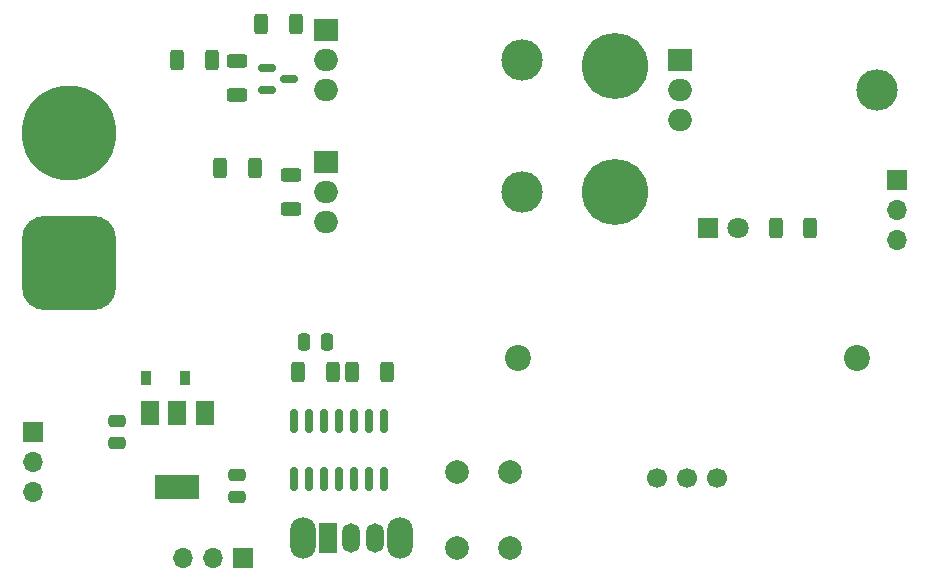
<source format=gbr>
%TF.GenerationSoftware,KiCad,Pcbnew,6.0.8-f2edbf62ab~116~ubuntu22.04.1*%
%TF.CreationDate,2022-10-27T13:18:31-04:00*%
%TF.ProjectId,discharger,64697363-6861-4726-9765-722e6b696361,rev?*%
%TF.SameCoordinates,Original*%
%TF.FileFunction,Soldermask,Top*%
%TF.FilePolarity,Negative*%
%FSLAX46Y46*%
G04 Gerber Fmt 4.6, Leading zero omitted, Abs format (unit mm)*
G04 Created by KiCad (PCBNEW 6.0.8-f2edbf62ab~116~ubuntu22.04.1) date 2022-10-27 13:18:31*
%MOMM*%
%LPD*%
G01*
G04 APERTURE LIST*
G04 Aperture macros list*
%AMRoundRect*
0 Rectangle with rounded corners*
0 $1 Rounding radius*
0 $2 $3 $4 $5 $6 $7 $8 $9 X,Y pos of 4 corners*
0 Add a 4 corners polygon primitive as box body*
4,1,4,$2,$3,$4,$5,$6,$7,$8,$9,$2,$3,0*
0 Add four circle primitives for the rounded corners*
1,1,$1+$1,$2,$3*
1,1,$1+$1,$4,$5*
1,1,$1+$1,$6,$7*
1,1,$1+$1,$8,$9*
0 Add four rect primitives between the rounded corners*
20,1,$1+$1,$2,$3,$4,$5,0*
20,1,$1+$1,$4,$5,$6,$7,0*
20,1,$1+$1,$6,$7,$8,$9,0*
20,1,$1+$1,$8,$9,$2,$3,0*%
G04 Aperture macros list end*
%ADD10RoundRect,0.250000X0.312500X0.625000X-0.312500X0.625000X-0.312500X-0.625000X0.312500X-0.625000X0*%
%ADD11C,2.000000*%
%ADD12R,1.700000X1.700000*%
%ADD13O,1.700000X1.700000*%
%ADD14C,2.200000*%
%ADD15C,1.700000*%
%ADD16RoundRect,0.250000X-0.625000X0.312500X-0.625000X-0.312500X0.625000X-0.312500X0.625000X0.312500X0*%
%ADD17RoundRect,0.250000X-0.312500X-0.625000X0.312500X-0.625000X0.312500X0.625000X-0.312500X0.625000X0*%
%ADD18O,3.500000X3.500000*%
%ADD19R,2.000000X1.905000*%
%ADD20O,2.000000X1.905000*%
%ADD21RoundRect,2.000000X2.000000X-2.000000X2.000000X2.000000X-2.000000X2.000000X-2.000000X-2.000000X0*%
%ADD22C,8.000000*%
%ADD23O,2.200000X3.500000*%
%ADD24R,1.500000X2.500000*%
%ADD25O,1.500000X2.500000*%
%ADD26RoundRect,0.150000X-0.587500X-0.150000X0.587500X-0.150000X0.587500X0.150000X-0.587500X0.150000X0*%
%ADD27RoundRect,0.250000X0.250000X0.475000X-0.250000X0.475000X-0.250000X-0.475000X0.250000X-0.475000X0*%
%ADD28RoundRect,0.150000X0.150000X-0.825000X0.150000X0.825000X-0.150000X0.825000X-0.150000X-0.825000X0*%
%ADD29RoundRect,0.250000X-0.475000X0.250000X-0.475000X-0.250000X0.475000X-0.250000X0.475000X0.250000X0*%
%ADD30RoundRect,0.250000X0.475000X-0.250000X0.475000X0.250000X-0.475000X0.250000X-0.475000X-0.250000X0*%
%ADD31C,5.600000*%
%ADD32R,1.500000X2.000000*%
%ADD33R,3.800000X2.000000*%
%ADD34R,0.900000X1.200000*%
%ADD35R,1.800000X1.800000*%
%ADD36C,1.800000*%
G04 APERTURE END LIST*
D10*
%TO.C,R10*%
X146553000Y-83820000D03*
X143628000Y-83820000D03*
%TD*%
%TO.C,R8*%
X103001000Y-66548000D03*
X100076000Y-66548000D03*
%TD*%
D11*
%TO.C,START/STOP*%
X116622000Y-110946000D03*
X116622000Y-104446000D03*
X121122000Y-104446000D03*
X121122000Y-110946000D03*
%TD*%
D12*
%TO.C,J5*%
X153924000Y-79771000D03*
D13*
X153924000Y-82311000D03*
X153924000Y-84851000D03*
%TD*%
D14*
%TO.C,J3*%
X150494000Y-94811000D03*
X121794000Y-94811000D03*
D15*
X133604000Y-104971000D03*
X136144000Y-104971000D03*
X138684000Y-104971000D03*
%TD*%
D16*
%TO.C,R9*%
X102554500Y-79309500D03*
X102554500Y-82234500D03*
%TD*%
D17*
%TO.C,R4*%
X92964000Y-69596000D03*
X95889000Y-69596000D03*
%TD*%
D18*
%TO.C,Q2*%
X122176500Y-69596000D03*
D19*
X105516500Y-67056000D03*
D20*
X105516500Y-69596000D03*
X105516500Y-72136000D03*
%TD*%
D21*
%TO.C,J1*%
X83820000Y-86780000D03*
D22*
X83820000Y-75780000D03*
%TD*%
D12*
%TO.C,J4*%
X98552000Y-111760000D03*
D13*
X96012000Y-111760000D03*
X93472000Y-111760000D03*
%TD*%
D23*
%TO.C,SW1*%
X103596000Y-110025500D03*
X111796000Y-110025500D03*
D24*
X105696000Y-110025500D03*
D25*
X107696000Y-110025500D03*
X109696000Y-110025500D03*
%TD*%
D16*
%TO.C,R5*%
X97982500Y-69657500D03*
X97982500Y-72582500D03*
%TD*%
D26*
%TO.C,Q1*%
X100522500Y-70236000D03*
X100522500Y-72136000D03*
X102397500Y-71186000D03*
%TD*%
D10*
%TO.C,R3*%
X106110500Y-96012000D03*
X103185500Y-96012000D03*
%TD*%
D27*
%TO.C,C3*%
X105598000Y-93472000D03*
X103698000Y-93472000D03*
%TD*%
D28*
%TO.C,U2*%
X102870000Y-105091000D03*
X104140000Y-105091000D03*
X105410000Y-105091000D03*
X106680000Y-105091000D03*
X107950000Y-105091000D03*
X109220000Y-105091000D03*
X110490000Y-105091000D03*
X110490000Y-100141000D03*
X109220000Y-100141000D03*
X107950000Y-100141000D03*
X106680000Y-100141000D03*
X105410000Y-100141000D03*
X104140000Y-100141000D03*
X102870000Y-100141000D03*
%TD*%
D29*
%TO.C,C1*%
X87884000Y-100142000D03*
X87884000Y-102042000D03*
%TD*%
D30*
%TO.C,C2*%
X98044000Y-106614000D03*
X98044000Y-104714000D03*
%TD*%
D31*
%TO.C,TP1*%
X130048000Y-70104000D03*
%TD*%
D10*
%TO.C,R2*%
X110682500Y-96012000D03*
X107757500Y-96012000D03*
%TD*%
D18*
%TO.C,Q3*%
X122176500Y-80772000D03*
D19*
X105516500Y-78232000D03*
D20*
X105516500Y-80772000D03*
X105516500Y-83312000D03*
%TD*%
D32*
%TO.C,U1*%
X95264000Y-99466000D03*
D33*
X92964000Y-105766000D03*
D32*
X92964000Y-99466000D03*
X90664000Y-99466000D03*
%TD*%
D12*
%TO.C,J2*%
X80772000Y-101092000D03*
D13*
X80772000Y-103632000D03*
X80772000Y-106172000D03*
%TD*%
D17*
%TO.C,R6*%
X96581500Y-78740000D03*
X99506500Y-78740000D03*
%TD*%
D18*
%TO.C,U3*%
X152210000Y-72136000D03*
D19*
X135550000Y-69596000D03*
D20*
X135550000Y-72136000D03*
X135550000Y-74676000D03*
%TD*%
D34*
%TO.C,D1*%
X90298000Y-96520000D03*
X93598000Y-96520000D03*
%TD*%
D35*
%TO.C,D2*%
X137917000Y-83820000D03*
D36*
X140457000Y-83820000D03*
%TD*%
D31*
%TO.C,TP2*%
X130048000Y-80772000D03*
%TD*%
M02*

</source>
